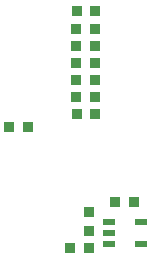
<source format=gbr>
G04*
G04 #@! TF.GenerationSoftware,Altium Limited,Altium Designer,23.10.1 (27)*
G04*
G04 Layer_Color=128*
%FSLAX44Y44*%
%MOMM*%
G71*
G04*
G04 #@! TF.SameCoordinates,F1356F94-EBF5-402A-8C13-2620F03D8000*
G04*
G04*
G04 #@! TF.FilePolarity,Positive*
G04*
G01*
G75*
%ADD12R,0.9500X0.9500*%
%ADD40R,1.0000X0.6000*%
%ADD41R,0.9500X0.9500*%
D12*
X7361Y-174336D02*
D03*
X-8639D02*
D03*
X80992Y-238073D02*
D03*
X96992D02*
D03*
X58888Y-277026D02*
D03*
X42888D02*
D03*
X64371Y-76573D02*
D03*
X48371D02*
D03*
X48121Y-91168D02*
D03*
X64121D02*
D03*
X64288Y-105678D02*
D03*
X48288D02*
D03*
X64295Y-120152D02*
D03*
X48295D02*
D03*
X48206Y-134675D02*
D03*
X64206D02*
D03*
Y-149200D02*
D03*
X48206D02*
D03*
X64365Y-163601D02*
D03*
X48365D02*
D03*
D40*
X75802Y-273791D02*
D03*
Y-264291D02*
D03*
Y-254791D02*
D03*
X103302D02*
D03*
Y-273791D02*
D03*
D41*
X58888Y-262615D02*
D03*
Y-246615D02*
D03*
M02*

</source>
